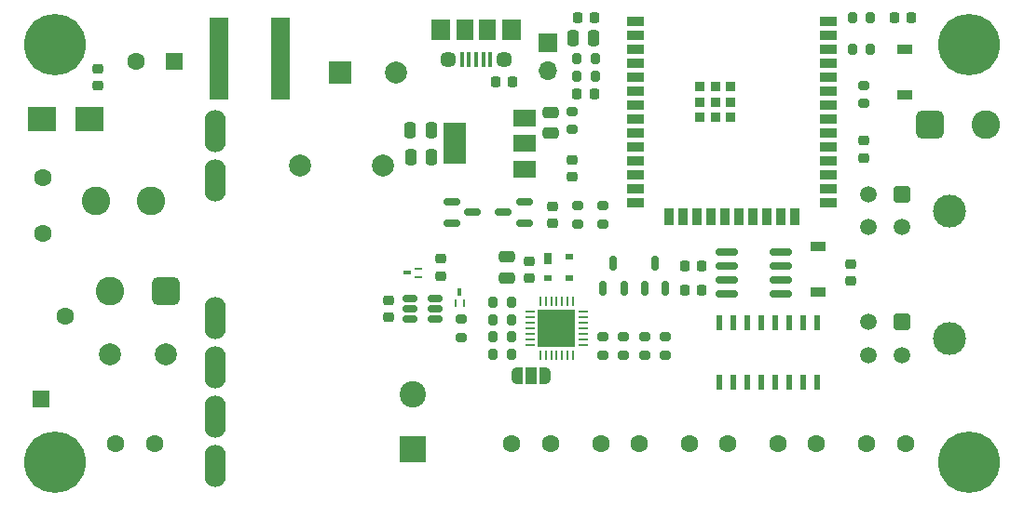
<source format=gts>
G04 #@! TF.GenerationSoftware,KiCad,Pcbnew,(6.0.11-0)*
G04 #@! TF.CreationDate,2023-06-01T20:29:29-06:00*
G04 #@! TF.ProjectId,Smart Smoker PCB,536d6172-7420-4536-9d6f-6b6572205043,rev?*
G04 #@! TF.SameCoordinates,Original*
G04 #@! TF.FileFunction,Soldermask,Top*
G04 #@! TF.FilePolarity,Negative*
%FSLAX46Y46*%
G04 Gerber Fmt 4.6, Leading zero omitted, Abs format (unit mm)*
G04 Created by KiCad (PCBNEW (6.0.11-0)) date 2023-06-01 20:29:29*
%MOMM*%
%LPD*%
G01*
G04 APERTURE LIST*
G04 Aperture macros list*
%AMRoundRect*
0 Rectangle with rounded corners*
0 $1 Rounding radius*
0 $2 $3 $4 $5 $6 $7 $8 $9 X,Y pos of 4 corners*
0 Add a 4 corners polygon primitive as box body*
4,1,4,$2,$3,$4,$5,$6,$7,$8,$9,$2,$3,0*
0 Add four circle primitives for the rounded corners*
1,1,$1+$1,$2,$3*
1,1,$1+$1,$4,$5*
1,1,$1+$1,$6,$7*
1,1,$1+$1,$8,$9*
0 Add four rect primitives between the rounded corners*
20,1,$1+$1,$2,$3,$4,$5,0*
20,1,$1+$1,$4,$5,$6,$7,0*
20,1,$1+$1,$6,$7,$8,$9,0*
20,1,$1+$1,$8,$9,$2,$3,0*%
%AMFreePoly0*
4,1,22,0.550000,-0.750000,0.000000,-0.750000,0.000000,-0.745033,-0.079941,-0.743568,-0.215256,-0.701293,-0.333266,-0.622738,-0.424486,-0.514219,-0.481581,-0.384460,-0.499164,-0.250000,-0.500000,-0.250000,-0.500000,0.250000,-0.499164,0.250000,-0.499963,0.256109,-0.478152,0.396186,-0.417904,0.524511,-0.324060,0.630769,-0.204165,0.706417,-0.067858,0.745374,0.000000,0.744959,0.000000,0.750000,
0.550000,0.750000,0.550000,-0.750000,0.550000,-0.750000,$1*%
%AMFreePoly1*
4,1,20,0.000000,0.744959,0.073905,0.744508,0.209726,0.703889,0.328688,0.626782,0.421226,0.519385,0.479903,0.390333,0.500000,0.250000,0.500000,-0.250000,0.499851,-0.262216,0.476331,-0.402017,0.414519,-0.529596,0.319384,-0.634700,0.198574,-0.708877,0.061801,-0.746166,0.000000,-0.745033,0.000000,-0.750000,-0.550000,-0.750000,-0.550000,0.750000,0.000000,0.750000,0.000000,0.744959,
0.000000,0.744959,$1*%
G04 Aperture macros list end*
%ADD10C,1.600200*%
%ADD11RoundRect,0.250000X-0.250000X-0.475000X0.250000X-0.475000X0.250000X0.475000X-0.250000X0.475000X0*%
%ADD12RoundRect,0.218750X0.256250X-0.218750X0.256250X0.218750X-0.256250X0.218750X-0.256250X-0.218750X0*%
%ADD13C,5.600000*%
%ADD14R,1.400000X0.950000*%
%ADD15RoundRect,0.150000X-0.825000X-0.150000X0.825000X-0.150000X0.825000X0.150000X-0.825000X0.150000X0*%
%ADD16RoundRect,0.218750X-0.218750X-0.256250X0.218750X-0.256250X0.218750X0.256250X-0.218750X0.256250X0*%
%ADD17RoundRect,0.225000X0.225000X0.250000X-0.225000X0.250000X-0.225000X-0.250000X0.225000X-0.250000X0*%
%ADD18R,1.498600X0.889000*%
%ADD19R,0.889000X1.498600*%
%ADD20R,0.889000X0.889000*%
%ADD21RoundRect,0.062500X-0.062500X0.337500X-0.062500X-0.337500X0.062500X-0.337500X0.062500X0.337500X0*%
%ADD22RoundRect,0.062500X-0.337500X0.062500X-0.337500X-0.062500X0.337500X-0.062500X0.337500X0.062500X0*%
%ADD23R,3.350000X3.350000*%
%ADD24RoundRect,0.200000X0.275000X-0.200000X0.275000X0.200000X-0.275000X0.200000X-0.275000X-0.200000X0*%
%ADD25RoundRect,0.250000X-0.475000X0.250000X-0.475000X-0.250000X0.475000X-0.250000X0.475000X0.250000X0*%
%ADD26FreePoly0,180.000000*%
%ADD27R,1.000000X1.500000*%
%ADD28FreePoly1,180.000000*%
%ADD29R,1.600200X1.600200*%
%ADD30RoundRect,0.225000X-0.250000X0.225000X-0.250000X-0.225000X0.250000X-0.225000X0.250000X0.225000X0*%
%ADD31RoundRect,0.200000X-0.200000X-0.275000X0.200000X-0.275000X0.200000X0.275000X-0.200000X0.275000X0*%
%ADD32RoundRect,0.225000X0.250000X-0.225000X0.250000X0.225000X-0.250000X0.225000X-0.250000X-0.225000X0*%
%ADD33RoundRect,0.150000X-0.512500X-0.150000X0.512500X-0.150000X0.512500X0.150000X-0.512500X0.150000X0*%
%ADD34RoundRect,0.225000X-0.225000X-0.250000X0.225000X-0.250000X0.225000X0.250000X-0.225000X0.250000X0*%
%ADD35C,2.600000*%
%ADD36R,2.400000X2.400000*%
%ADD37C,2.400000*%
%ADD38RoundRect,0.200000X-0.275000X0.200000X-0.275000X-0.200000X0.275000X-0.200000X0.275000X0.200000X0*%
%ADD39C,2.000000*%
%ADD40RoundRect,0.250000X0.250000X0.475000X-0.250000X0.475000X-0.250000X-0.475000X0.250000X-0.475000X0*%
%ADD41R,1.700000X1.700000*%
%ADD42O,1.700000X1.700000*%
%ADD43R,0.400000X1.350000*%
%ADD44C,1.450000*%
%ADD45R,1.500000X1.900000*%
%ADD46R,1.800000X1.900000*%
%ADD47O,0.800000X1.600000*%
%ADD48R,0.279400X0.660400*%
%ADD49R,0.381000X0.660400*%
%ADD50R,2.500000X2.300000*%
%ADD51R,1.600000X1.600000*%
%ADD52C,1.600000*%
%ADD53RoundRect,0.150000X0.150000X-0.512500X0.150000X0.512500X-0.150000X0.512500X-0.150000X-0.512500X0*%
%ADD54RoundRect,0.200000X0.200000X0.275000X-0.200000X0.275000X-0.200000X-0.275000X0.200000X-0.275000X0*%
%ADD55R,2.000000X1.500000*%
%ADD56R,2.000000X3.800000*%
%ADD57R,0.700000X1.000000*%
%ADD58R,0.700000X0.600000*%
%ADD59R,2.000000X2.000000*%
%ADD60R,1.800000X7.500000*%
%ADD61RoundRect,0.650000X0.650000X0.650000X-0.650000X0.650000X-0.650000X-0.650000X0.650000X-0.650000X0*%
%ADD62O,1.920000X3.840000*%
%ADD63C,3.000000*%
%ADD64RoundRect,0.250001X-0.499999X0.499999X-0.499999X-0.499999X0.499999X-0.499999X0.499999X0.499999X0*%
%ADD65C,1.500000*%
%ADD66RoundRect,0.150000X0.587500X0.150000X-0.587500X0.150000X-0.587500X-0.150000X0.587500X-0.150000X0*%
%ADD67RoundRect,0.150000X-0.587500X-0.150000X0.587500X-0.150000X0.587500X0.150000X-0.587500X0.150000X0*%
%ADD68R,0.660400X0.279400*%
%ADD69R,0.660400X0.381000*%
%ADD70R,0.558800X1.460500*%
%ADD71RoundRect,0.650000X-0.650000X-0.650000X0.650000X-0.650000X0.650000X0.650000X-0.650000X0.650000X0*%
G04 APERTURE END LIST*
D10*
X177250000Y-139809500D03*
X180755200Y-139809500D03*
X169187500Y-139809500D03*
X172692700Y-139809500D03*
X161125000Y-139809500D03*
X164630200Y-139809500D03*
X153062500Y-139809500D03*
X156567700Y-139809500D03*
X145000000Y-139809500D03*
X148505200Y-139809500D03*
X109000000Y-139809500D03*
X112505200Y-139809500D03*
D11*
X150550000Y-102865000D03*
X152450000Y-102865000D03*
D12*
X150500000Y-115537500D03*
X150500000Y-113962500D03*
D13*
X103500000Y-103500000D03*
D14*
X172860000Y-126012500D03*
X172860000Y-121862500D03*
D15*
X164525000Y-122345000D03*
X164525000Y-123615000D03*
X164525000Y-124885000D03*
X164525000Y-126155000D03*
X169475000Y-126155000D03*
X169475000Y-124885000D03*
X169475000Y-123615000D03*
X169475000Y-122345000D03*
D16*
X150932500Y-108000000D03*
X152507500Y-108000000D03*
D17*
X162275000Y-125800000D03*
X160725000Y-125800000D03*
D18*
X156250000Y-101374394D03*
X156250000Y-102644394D03*
X156250000Y-103914394D03*
X156250000Y-105184394D03*
X156250000Y-106454394D03*
X156250000Y-107724394D03*
X156250000Y-108994394D03*
X156250000Y-110264394D03*
X156250000Y-111534394D03*
X156250000Y-112804394D03*
X156250000Y-114074394D03*
X156250000Y-115344394D03*
X156250000Y-116614394D03*
X156250000Y-117884394D03*
D19*
X159285000Y-119134836D03*
X160555000Y-119134836D03*
X161825000Y-119134836D03*
X163095000Y-119134836D03*
X164365000Y-119134836D03*
X165635000Y-119134836D03*
X166905000Y-119134836D03*
X168175000Y-119134836D03*
X169445000Y-119134836D03*
X170715000Y-119134836D03*
D18*
X173750000Y-117884394D03*
X173750000Y-116614394D03*
X173750000Y-115344394D03*
X173750000Y-114074394D03*
X173750000Y-112804394D03*
X173750000Y-111534394D03*
X173750000Y-110264394D03*
X173750000Y-108994394D03*
X173750000Y-107724394D03*
X173750000Y-106454394D03*
X173750000Y-105184394D03*
X173750000Y-103914394D03*
X173750000Y-102644394D03*
X173750000Y-101374394D03*
D20*
X162095711Y-107314257D03*
X163495710Y-107314257D03*
X164895710Y-107314257D03*
X162095711Y-108714257D03*
X163495710Y-108714257D03*
X164895710Y-108714257D03*
X162095764Y-110114255D03*
X163495812Y-110114255D03*
X164895860Y-110114255D03*
D21*
X150566664Y-126855000D03*
X150066664Y-126855000D03*
X149566664Y-126855000D03*
X149066664Y-126855000D03*
X148566664Y-126855000D03*
X148066664Y-126855000D03*
X147566664Y-126855000D03*
D22*
X146616664Y-127805000D03*
X146616664Y-128305000D03*
X146616664Y-128805000D03*
X146616664Y-129305000D03*
X146616664Y-129805000D03*
X146616664Y-130305000D03*
X146616664Y-130805000D03*
D21*
X147566664Y-131755000D03*
X148066664Y-131755000D03*
X148566664Y-131755000D03*
X149066664Y-131755000D03*
X149566664Y-131755000D03*
X150066664Y-131755000D03*
X150566664Y-131755000D03*
D22*
X151516664Y-130805000D03*
X151516664Y-130305000D03*
X151516664Y-129805000D03*
X151516664Y-129305000D03*
X151516664Y-128805000D03*
X151516664Y-128305000D03*
X151516664Y-127805000D03*
D23*
X149066664Y-129305000D03*
D24*
X150964996Y-119795000D03*
X150964996Y-118145000D03*
D25*
X144500000Y-122800000D03*
X144500000Y-124700000D03*
D26*
X148050000Y-133650000D03*
D27*
X146750000Y-133650000D03*
D28*
X145450000Y-133650000D03*
D29*
X102200000Y-135750000D03*
D10*
X104400000Y-128250000D03*
D30*
X133750000Y-126770000D03*
X133750000Y-128320000D03*
D31*
X143294998Y-131675000D03*
X144944998Y-131675000D03*
D32*
X107400000Y-107200000D03*
X107400000Y-105650000D03*
D33*
X135759166Y-126595000D03*
X135759166Y-127545000D03*
X135759166Y-128495000D03*
X138034166Y-128495000D03*
X138034166Y-127545000D03*
X138034166Y-126595000D03*
D34*
X160725000Y-123600000D03*
X162275000Y-123600000D03*
D31*
X143294998Y-126935000D03*
X144944998Y-126935000D03*
D35*
X107200000Y-117700000D03*
X112200000Y-117700000D03*
D31*
X175925000Y-101000000D03*
X177575000Y-101000000D03*
D36*
X136000000Y-140323959D03*
D37*
X136000000Y-135323959D03*
D38*
X153263330Y-118145000D03*
X153263330Y-119795000D03*
D39*
X113540000Y-131684450D03*
X108460000Y-131674450D03*
D38*
X153263330Y-130100000D03*
X153263330Y-131750000D03*
D25*
X148500000Y-109650000D03*
X148500000Y-111550000D03*
D32*
X175750000Y-125025000D03*
X175750000Y-123475000D03*
D40*
X137700000Y-113750000D03*
X135800000Y-113750000D03*
D41*
X148250000Y-103280000D03*
D42*
X148250000Y-105820000D03*
D43*
X143050000Y-104825000D03*
X142400000Y-104825000D03*
X141750000Y-104825000D03*
X141100000Y-104825000D03*
X140450000Y-104825000D03*
D44*
X144250000Y-104850000D03*
X139250000Y-104850000D03*
D45*
X142750000Y-102150000D03*
X140750000Y-102150000D03*
D46*
X144950000Y-102150000D03*
X138550000Y-102150000D03*
D47*
X145250000Y-102150000D03*
X138250000Y-102150000D03*
D34*
X143500000Y-106900000D03*
X145050000Y-106900000D03*
D48*
X139849950Y-126995300D03*
X140650050Y-126995300D03*
D49*
X140250000Y-126004700D03*
D30*
X148666664Y-118195000D03*
X148666664Y-119745000D03*
D50*
X102300000Y-110300000D03*
X106600000Y-110300000D03*
D51*
X114352651Y-105000000D03*
D52*
X110852651Y-105000000D03*
D53*
X157050000Y-125687500D03*
X158950000Y-125687500D03*
X158000000Y-123412500D03*
D54*
X144944998Y-130095000D03*
X143294998Y-130095000D03*
D40*
X137677500Y-111250000D03*
X135777500Y-111250000D03*
D13*
X186500000Y-103500000D03*
D14*
X180720000Y-108075000D03*
X180720000Y-103925000D03*
D31*
X175925000Y-103930000D03*
X177575000Y-103930000D03*
D34*
X150945000Y-101000000D03*
X152495000Y-101000000D03*
D30*
X146565000Y-123195000D03*
X146565000Y-124745000D03*
D38*
X140422100Y-128500000D03*
X140422100Y-130150000D03*
D54*
X152545000Y-104730000D03*
X150895000Y-104730000D03*
D38*
X158970000Y-130100000D03*
X158970000Y-131750000D03*
D55*
X146127500Y-114800000D03*
D56*
X139827500Y-112500000D03*
D55*
X146127500Y-112500000D03*
X146127500Y-110200000D03*
D57*
X148250000Y-123000000D03*
D58*
X148250000Y-124700000D03*
X150250000Y-124700000D03*
X150250000Y-122800000D03*
D59*
X129426261Y-106000000D03*
D39*
X134426261Y-106000000D03*
D30*
X138500000Y-122975000D03*
X138500000Y-124525000D03*
D13*
X103500000Y-141500000D03*
D60*
X124000000Y-104750000D03*
X118400000Y-104750000D03*
D12*
X176937500Y-113787500D03*
X176937500Y-112212500D03*
D31*
X150895000Y-106345000D03*
X152545000Y-106345000D03*
D61*
X113540000Y-125900000D03*
D35*
X108460000Y-125900000D03*
D62*
X118075000Y-141875000D03*
X118075000Y-137375000D03*
X118075000Y-132875000D03*
X118075000Y-128375000D03*
X118075000Y-115875000D03*
X118075000Y-111375000D03*
D52*
X102400000Y-120635000D03*
X102400000Y-115555000D03*
D24*
X155150000Y-131750000D03*
X155150000Y-130100000D03*
D39*
X133250000Y-114500000D03*
X125750000Y-114500000D03*
D13*
X186500000Y-141500000D03*
D24*
X157067776Y-131750000D03*
X157067776Y-130100000D03*
D63*
X184740000Y-130250000D03*
D64*
X180420000Y-128750000D03*
D65*
X180420000Y-131750000D03*
X177420000Y-128750000D03*
X177420000Y-131750000D03*
D38*
X150500000Y-109555000D03*
X150500000Y-111205000D03*
D66*
X146115832Y-119700000D03*
X146115832Y-117800000D03*
X144240832Y-118750000D03*
D38*
X176977500Y-107175000D03*
X176977500Y-108825000D03*
D67*
X139562500Y-117800000D03*
X139562500Y-119700000D03*
X141437500Y-118750000D03*
D63*
X184740000Y-118610000D03*
D64*
X180420000Y-117110000D03*
D65*
X180420000Y-120110000D03*
X177420000Y-117110000D03*
X177420000Y-120110000D03*
D53*
X153283330Y-125687500D03*
X155183330Y-125687500D03*
X154233330Y-123412500D03*
D31*
X143294998Y-128515000D03*
X144944998Y-128515000D03*
D68*
X136472666Y-124650050D03*
X136472666Y-123849950D03*
D69*
X135482066Y-124250000D03*
D34*
X179725000Y-101000000D03*
X181275000Y-101000000D03*
D70*
X172695000Y-128775850D03*
X171425000Y-128775850D03*
X170155000Y-128775850D03*
X168885000Y-128775850D03*
X167615000Y-128775850D03*
X166345000Y-128775850D03*
X165075000Y-128775850D03*
X163805000Y-128775850D03*
X163805000Y-134224150D03*
X165075000Y-134224150D03*
X166345000Y-134224150D03*
X167615000Y-134224150D03*
X168885000Y-134224150D03*
X170155000Y-134224150D03*
X171425000Y-134224150D03*
X172695000Y-134224150D03*
D71*
X182960000Y-110750000D03*
D35*
X188040000Y-110750000D03*
M02*

</source>
